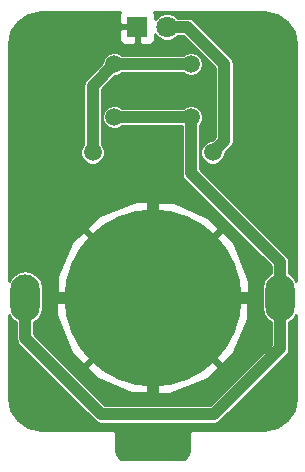
<source format=gbr>
G04 #@! TF.FileFunction,Copper,L1,Top,Signal*
%FSLAX46Y46*%
G04 Gerber Fmt 4.6, Leading zero omitted, Abs format (unit mm)*
G04 Created by KiCad (PCBNEW 4.0.7) date 03/01/18 12:10:16*
%MOMM*%
%LPD*%
G01*
G04 APERTURE LIST*
%ADD10C,0.100000*%
%ADD11O,2.500000X4.000000*%
%ADD12C,15.000000*%
%ADD13C,1.800000*%
%ADD14R,1.800000X1.800000*%
%ADD15C,1.500000*%
%ADD16C,0.600000*%
%ADD17C,1.000000*%
%ADD18C,0.254000*%
G04 APERTURE END LIST*
D10*
D11*
X149399998Y-77000000D03*
D12*
X138599998Y-77000000D03*
D11*
X127799998Y-77000000D03*
D13*
X139839998Y-54050000D03*
D14*
X137299998Y-54050000D03*
D15*
X133519998Y-64700000D03*
X143679998Y-64700000D03*
X135349998Y-61710000D03*
X135349998Y-57210000D03*
X141849998Y-61710000D03*
X141849998Y-57210000D03*
D16*
X138540000Y-88320000D03*
X147140000Y-77030000D03*
X130180000Y-77000000D03*
X138590000Y-85530000D03*
X138590000Y-67930000D03*
D17*
X138599998Y-77000000D02*
X147110000Y-77000000D01*
X147110000Y-77000000D02*
X147140000Y-77030000D01*
X138599998Y-77000000D02*
X130180000Y-77000000D01*
X138599998Y-77000000D02*
X138599998Y-85520002D01*
X138599998Y-85520002D02*
X138590000Y-85530000D01*
X138599998Y-77000000D02*
X138599998Y-67939998D01*
X138599998Y-67939998D02*
X138590000Y-67930000D01*
X127799998Y-77000000D02*
X127799998Y-80409998D01*
X127799998Y-80409998D02*
X134270000Y-86880000D01*
X134270000Y-86880000D02*
X143800000Y-86880000D01*
X143800000Y-86880000D02*
X149399998Y-81280002D01*
X149399998Y-81280002D02*
X149399998Y-77000000D01*
X141849998Y-61710000D02*
X141849998Y-66450000D01*
X141849998Y-66450000D02*
X149399998Y-74000000D01*
X149399998Y-74000000D02*
X149399998Y-77000000D01*
X135349998Y-61710000D02*
X141849998Y-61710000D01*
X149399998Y-77000000D02*
X149399998Y-76250000D01*
X149399998Y-77750000D02*
X149399998Y-77000000D01*
X143679998Y-64700000D02*
X144679487Y-63700511D01*
X144679487Y-63700511D02*
X144679487Y-57193707D01*
X144679487Y-57193707D02*
X141535780Y-54050000D01*
X141535780Y-54050000D02*
X141112790Y-54050000D01*
X141112790Y-54050000D02*
X139839998Y-54050000D01*
X133519998Y-64700000D02*
X133519998Y-59040000D01*
X133519998Y-59040000D02*
X135349998Y-57210000D01*
X141849998Y-57210000D02*
X135349998Y-57210000D01*
D18*
G36*
X150772998Y-85467792D02*
X150563610Y-86520461D01*
X149985564Y-87385566D01*
X149120460Y-87963611D01*
X148067791Y-88173000D01*
X142000000Y-88173000D01*
X141874863Y-88197891D01*
X141768776Y-88268776D01*
X141697891Y-88374863D01*
X141673000Y-88500000D01*
X141673000Y-89967793D01*
X141615853Y-90255094D01*
X141471353Y-90471354D01*
X141255094Y-90615853D01*
X140967793Y-90673000D01*
X136232203Y-90673000D01*
X135944902Y-90615853D01*
X135728642Y-90471353D01*
X135584143Y-90255094D01*
X135526996Y-89967793D01*
X135526996Y-88500000D01*
X135502105Y-88374863D01*
X135431220Y-88268776D01*
X135325133Y-88197891D01*
X135199996Y-88173000D01*
X129132206Y-88173000D01*
X128079537Y-87963612D01*
X127214432Y-87385566D01*
X126636387Y-86520462D01*
X126426998Y-85467793D01*
X126426998Y-78435485D01*
X126720246Y-78874361D01*
X127022998Y-79076654D01*
X127022998Y-80409998D01*
X127082144Y-80707343D01*
X127250576Y-80959420D01*
X133720578Y-87429422D01*
X133972655Y-87597854D01*
X134270000Y-87657000D01*
X143800000Y-87657000D01*
X144097345Y-87597854D01*
X144349422Y-87429422D01*
X149949420Y-81829424D01*
X150117852Y-81577347D01*
X150176998Y-81280002D01*
X150176998Y-79076654D01*
X150479750Y-78874361D01*
X150772998Y-78435485D01*
X150772998Y-85467792D01*
X150772998Y-85467792D01*
G37*
X150772998Y-85467792D02*
X150563610Y-86520461D01*
X149985564Y-87385566D01*
X149120460Y-87963611D01*
X148067791Y-88173000D01*
X142000000Y-88173000D01*
X141874863Y-88197891D01*
X141768776Y-88268776D01*
X141697891Y-88374863D01*
X141673000Y-88500000D01*
X141673000Y-89967793D01*
X141615853Y-90255094D01*
X141471353Y-90471354D01*
X141255094Y-90615853D01*
X140967793Y-90673000D01*
X136232203Y-90673000D01*
X135944902Y-90615853D01*
X135728642Y-90471353D01*
X135584143Y-90255094D01*
X135526996Y-89967793D01*
X135526996Y-88500000D01*
X135502105Y-88374863D01*
X135431220Y-88268776D01*
X135325133Y-88197891D01*
X135199996Y-88173000D01*
X129132206Y-88173000D01*
X128079537Y-87963612D01*
X127214432Y-87385566D01*
X126636387Y-86520462D01*
X126426998Y-85467793D01*
X126426998Y-78435485D01*
X126720246Y-78874361D01*
X127022998Y-79076654D01*
X127022998Y-80409998D01*
X127082144Y-80707343D01*
X127250576Y-80959420D01*
X133720578Y-87429422D01*
X133972655Y-87597854D01*
X134270000Y-87657000D01*
X143800000Y-87657000D01*
X144097345Y-87597854D01*
X144349422Y-87429422D01*
X149949420Y-81829424D01*
X150117852Y-81577347D01*
X150176998Y-81280002D01*
X150176998Y-79076654D01*
X150479750Y-78874361D01*
X150772998Y-78435485D01*
X150772998Y-85467792D01*
G36*
X135764998Y-53023690D02*
X135764998Y-53764250D01*
X135923748Y-53923000D01*
X137172998Y-53923000D01*
X137172998Y-53903000D01*
X137426998Y-53903000D01*
X137426998Y-53923000D01*
X137446998Y-53923000D01*
X137446998Y-54177000D01*
X137426998Y-54177000D01*
X137426998Y-55426250D01*
X137585748Y-55585000D01*
X138326307Y-55585000D01*
X138559696Y-55488327D01*
X138738325Y-55309699D01*
X138834998Y-55076310D01*
X138834998Y-54699858D01*
X138841604Y-54715846D01*
X139172410Y-55047230D01*
X139604851Y-55226795D01*
X140073091Y-55227204D01*
X140505844Y-55048394D01*
X140727625Y-54827000D01*
X141213936Y-54827000D01*
X143902487Y-57515551D01*
X143902487Y-63378667D01*
X143608217Y-63672937D01*
X143476611Y-63672822D01*
X143099009Y-63828844D01*
X142809858Y-64117492D01*
X142653177Y-64494821D01*
X142652820Y-64903387D01*
X142808842Y-65280989D01*
X143097490Y-65570140D01*
X143474819Y-65726821D01*
X143883385Y-65727178D01*
X144260987Y-65571156D01*
X144550138Y-65282508D01*
X144706819Y-64905179D01*
X144706935Y-64771907D01*
X145228909Y-64249933D01*
X145397341Y-63997856D01*
X145456487Y-63700511D01*
X145456487Y-57193707D01*
X145397341Y-56896362D01*
X145228909Y-56644285D01*
X142085202Y-53500578D01*
X141833125Y-53332146D01*
X141535780Y-53273000D01*
X140727432Y-53273000D01*
X140507586Y-53052770D01*
X140075145Y-52873205D01*
X139606905Y-52872796D01*
X139174152Y-53051606D01*
X138842768Y-53382412D01*
X138834998Y-53401124D01*
X138834998Y-53023690D01*
X138753526Y-52827000D01*
X148067791Y-52827000D01*
X149120460Y-53036389D01*
X149985564Y-53614434D01*
X150563610Y-54479539D01*
X150772998Y-55532208D01*
X150772998Y-75564515D01*
X150479750Y-75125639D01*
X150176998Y-74923346D01*
X150176998Y-74000000D01*
X150117852Y-73702655D01*
X149949420Y-73450578D01*
X142626998Y-66128156D01*
X142626998Y-62385486D01*
X142720138Y-62292508D01*
X142876819Y-61915179D01*
X142877176Y-61506613D01*
X142721154Y-61129011D01*
X142432506Y-60839860D01*
X142055177Y-60683179D01*
X141646611Y-60682822D01*
X141269009Y-60838844D01*
X141174689Y-60933000D01*
X136025484Y-60933000D01*
X135932506Y-60839860D01*
X135555177Y-60683179D01*
X135146611Y-60682822D01*
X134769009Y-60838844D01*
X134479858Y-61127492D01*
X134323177Y-61504821D01*
X134322820Y-61913387D01*
X134478842Y-62290989D01*
X134767490Y-62580140D01*
X135144819Y-62736821D01*
X135553385Y-62737178D01*
X135930987Y-62581156D01*
X136025307Y-62487000D01*
X141072998Y-62487000D01*
X141072998Y-66450000D01*
X141132144Y-66747345D01*
X141300576Y-66999422D01*
X148622998Y-74321844D01*
X148622998Y-74923346D01*
X148320246Y-75125639D01*
X147989234Y-75621033D01*
X147872998Y-76205391D01*
X147872998Y-77794609D01*
X147989234Y-78378967D01*
X148320246Y-78874361D01*
X148622998Y-79076654D01*
X148622998Y-80958158D01*
X143478156Y-86103000D01*
X134591844Y-86103000D01*
X131330701Y-82841857D01*
X132937746Y-82841857D01*
X133828004Y-83784151D01*
X136787433Y-85093902D01*
X140022809Y-85171429D01*
X143041574Y-84004930D01*
X143371992Y-83784151D01*
X144262250Y-82841857D01*
X138599998Y-77179605D01*
X132937746Y-82841857D01*
X131330701Y-82841857D01*
X128576998Y-80088154D01*
X128576998Y-79076654D01*
X128879750Y-78874361D01*
X129181466Y-78422811D01*
X130428569Y-78422811D01*
X131595068Y-81441576D01*
X131815847Y-81771994D01*
X132758141Y-82662252D01*
X138420393Y-77000000D01*
X138779603Y-77000000D01*
X144441855Y-82662252D01*
X145384149Y-81771994D01*
X146693900Y-78812565D01*
X146771427Y-75577189D01*
X145604928Y-72558424D01*
X145384149Y-72228006D01*
X144441855Y-71337748D01*
X138779603Y-77000000D01*
X138420393Y-77000000D01*
X132758141Y-71337748D01*
X131815847Y-72228006D01*
X130506096Y-75187435D01*
X130428569Y-78422811D01*
X129181466Y-78422811D01*
X129210762Y-78378967D01*
X129326998Y-77794609D01*
X129326998Y-76205391D01*
X129210762Y-75621033D01*
X128879750Y-75125639D01*
X128384356Y-74794627D01*
X127799998Y-74678391D01*
X127215640Y-74794627D01*
X126720246Y-75125639D01*
X126426998Y-75564515D01*
X126426998Y-71158143D01*
X132937746Y-71158143D01*
X138599998Y-76820395D01*
X144262250Y-71158143D01*
X143371992Y-70215849D01*
X140412563Y-68906098D01*
X137177187Y-68828571D01*
X134158422Y-69995070D01*
X133828004Y-70215849D01*
X132937746Y-71158143D01*
X126426998Y-71158143D01*
X126426998Y-64903387D01*
X132492820Y-64903387D01*
X132648842Y-65280989D01*
X132937490Y-65570140D01*
X133314819Y-65726821D01*
X133723385Y-65727178D01*
X134100987Y-65571156D01*
X134390138Y-65282508D01*
X134546819Y-64905179D01*
X134547176Y-64496613D01*
X134391154Y-64119011D01*
X134296998Y-64024691D01*
X134296998Y-59361844D01*
X135421779Y-58237063D01*
X135553385Y-58237178D01*
X135930987Y-58081156D01*
X136025307Y-57987000D01*
X141174512Y-57987000D01*
X141267490Y-58080140D01*
X141644819Y-58236821D01*
X142053385Y-58237178D01*
X142430987Y-58081156D01*
X142720138Y-57792508D01*
X142876819Y-57415179D01*
X142877176Y-57006613D01*
X142721154Y-56629011D01*
X142432506Y-56339860D01*
X142055177Y-56183179D01*
X141646611Y-56182822D01*
X141269009Y-56338844D01*
X141174689Y-56433000D01*
X136025484Y-56433000D01*
X135932506Y-56339860D01*
X135555177Y-56183179D01*
X135146611Y-56182822D01*
X134769009Y-56338844D01*
X134479858Y-56627492D01*
X134323177Y-57004821D01*
X134323061Y-57138093D01*
X132970576Y-58490578D01*
X132802144Y-58742655D01*
X132742998Y-59040000D01*
X132742998Y-64024514D01*
X132649858Y-64117492D01*
X132493177Y-64494821D01*
X132492820Y-64903387D01*
X126426998Y-64903387D01*
X126426998Y-55532207D01*
X126636387Y-54479538D01*
X126732463Y-54335750D01*
X135764998Y-54335750D01*
X135764998Y-55076310D01*
X135861671Y-55309699D01*
X136040300Y-55488327D01*
X136273689Y-55585000D01*
X137014248Y-55585000D01*
X137172998Y-55426250D01*
X137172998Y-54177000D01*
X135923748Y-54177000D01*
X135764998Y-54335750D01*
X126732463Y-54335750D01*
X127214432Y-53614434D01*
X128079537Y-53036388D01*
X129132206Y-52827000D01*
X135846470Y-52827000D01*
X135764998Y-53023690D01*
X135764998Y-53023690D01*
G37*
X135764998Y-53023690D02*
X135764998Y-53764250D01*
X135923748Y-53923000D01*
X137172998Y-53923000D01*
X137172998Y-53903000D01*
X137426998Y-53903000D01*
X137426998Y-53923000D01*
X137446998Y-53923000D01*
X137446998Y-54177000D01*
X137426998Y-54177000D01*
X137426998Y-55426250D01*
X137585748Y-55585000D01*
X138326307Y-55585000D01*
X138559696Y-55488327D01*
X138738325Y-55309699D01*
X138834998Y-55076310D01*
X138834998Y-54699858D01*
X138841604Y-54715846D01*
X139172410Y-55047230D01*
X139604851Y-55226795D01*
X140073091Y-55227204D01*
X140505844Y-55048394D01*
X140727625Y-54827000D01*
X141213936Y-54827000D01*
X143902487Y-57515551D01*
X143902487Y-63378667D01*
X143608217Y-63672937D01*
X143476611Y-63672822D01*
X143099009Y-63828844D01*
X142809858Y-64117492D01*
X142653177Y-64494821D01*
X142652820Y-64903387D01*
X142808842Y-65280989D01*
X143097490Y-65570140D01*
X143474819Y-65726821D01*
X143883385Y-65727178D01*
X144260987Y-65571156D01*
X144550138Y-65282508D01*
X144706819Y-64905179D01*
X144706935Y-64771907D01*
X145228909Y-64249933D01*
X145397341Y-63997856D01*
X145456487Y-63700511D01*
X145456487Y-57193707D01*
X145397341Y-56896362D01*
X145228909Y-56644285D01*
X142085202Y-53500578D01*
X141833125Y-53332146D01*
X141535780Y-53273000D01*
X140727432Y-53273000D01*
X140507586Y-53052770D01*
X140075145Y-52873205D01*
X139606905Y-52872796D01*
X139174152Y-53051606D01*
X138842768Y-53382412D01*
X138834998Y-53401124D01*
X138834998Y-53023690D01*
X138753526Y-52827000D01*
X148067791Y-52827000D01*
X149120460Y-53036389D01*
X149985564Y-53614434D01*
X150563610Y-54479539D01*
X150772998Y-55532208D01*
X150772998Y-75564515D01*
X150479750Y-75125639D01*
X150176998Y-74923346D01*
X150176998Y-74000000D01*
X150117852Y-73702655D01*
X149949420Y-73450578D01*
X142626998Y-66128156D01*
X142626998Y-62385486D01*
X142720138Y-62292508D01*
X142876819Y-61915179D01*
X142877176Y-61506613D01*
X142721154Y-61129011D01*
X142432506Y-60839860D01*
X142055177Y-60683179D01*
X141646611Y-60682822D01*
X141269009Y-60838844D01*
X141174689Y-60933000D01*
X136025484Y-60933000D01*
X135932506Y-60839860D01*
X135555177Y-60683179D01*
X135146611Y-60682822D01*
X134769009Y-60838844D01*
X134479858Y-61127492D01*
X134323177Y-61504821D01*
X134322820Y-61913387D01*
X134478842Y-62290989D01*
X134767490Y-62580140D01*
X135144819Y-62736821D01*
X135553385Y-62737178D01*
X135930987Y-62581156D01*
X136025307Y-62487000D01*
X141072998Y-62487000D01*
X141072998Y-66450000D01*
X141132144Y-66747345D01*
X141300576Y-66999422D01*
X148622998Y-74321844D01*
X148622998Y-74923346D01*
X148320246Y-75125639D01*
X147989234Y-75621033D01*
X147872998Y-76205391D01*
X147872998Y-77794609D01*
X147989234Y-78378967D01*
X148320246Y-78874361D01*
X148622998Y-79076654D01*
X148622998Y-80958158D01*
X143478156Y-86103000D01*
X134591844Y-86103000D01*
X131330701Y-82841857D01*
X132937746Y-82841857D01*
X133828004Y-83784151D01*
X136787433Y-85093902D01*
X140022809Y-85171429D01*
X143041574Y-84004930D01*
X143371992Y-83784151D01*
X144262250Y-82841857D01*
X138599998Y-77179605D01*
X132937746Y-82841857D01*
X131330701Y-82841857D01*
X128576998Y-80088154D01*
X128576998Y-79076654D01*
X128879750Y-78874361D01*
X129181466Y-78422811D01*
X130428569Y-78422811D01*
X131595068Y-81441576D01*
X131815847Y-81771994D01*
X132758141Y-82662252D01*
X138420393Y-77000000D01*
X138779603Y-77000000D01*
X144441855Y-82662252D01*
X145384149Y-81771994D01*
X146693900Y-78812565D01*
X146771427Y-75577189D01*
X145604928Y-72558424D01*
X145384149Y-72228006D01*
X144441855Y-71337748D01*
X138779603Y-77000000D01*
X138420393Y-77000000D01*
X132758141Y-71337748D01*
X131815847Y-72228006D01*
X130506096Y-75187435D01*
X130428569Y-78422811D01*
X129181466Y-78422811D01*
X129210762Y-78378967D01*
X129326998Y-77794609D01*
X129326998Y-76205391D01*
X129210762Y-75621033D01*
X128879750Y-75125639D01*
X128384356Y-74794627D01*
X127799998Y-74678391D01*
X127215640Y-74794627D01*
X126720246Y-75125639D01*
X126426998Y-75564515D01*
X126426998Y-71158143D01*
X132937746Y-71158143D01*
X138599998Y-76820395D01*
X144262250Y-71158143D01*
X143371992Y-70215849D01*
X140412563Y-68906098D01*
X137177187Y-68828571D01*
X134158422Y-69995070D01*
X133828004Y-70215849D01*
X132937746Y-71158143D01*
X126426998Y-71158143D01*
X126426998Y-64903387D01*
X132492820Y-64903387D01*
X132648842Y-65280989D01*
X132937490Y-65570140D01*
X133314819Y-65726821D01*
X133723385Y-65727178D01*
X134100987Y-65571156D01*
X134390138Y-65282508D01*
X134546819Y-64905179D01*
X134547176Y-64496613D01*
X134391154Y-64119011D01*
X134296998Y-64024691D01*
X134296998Y-59361844D01*
X135421779Y-58237063D01*
X135553385Y-58237178D01*
X135930987Y-58081156D01*
X136025307Y-57987000D01*
X141174512Y-57987000D01*
X141267490Y-58080140D01*
X141644819Y-58236821D01*
X142053385Y-58237178D01*
X142430987Y-58081156D01*
X142720138Y-57792508D01*
X142876819Y-57415179D01*
X142877176Y-57006613D01*
X142721154Y-56629011D01*
X142432506Y-56339860D01*
X142055177Y-56183179D01*
X141646611Y-56182822D01*
X141269009Y-56338844D01*
X141174689Y-56433000D01*
X136025484Y-56433000D01*
X135932506Y-56339860D01*
X135555177Y-56183179D01*
X135146611Y-56182822D01*
X134769009Y-56338844D01*
X134479858Y-56627492D01*
X134323177Y-57004821D01*
X134323061Y-57138093D01*
X132970576Y-58490578D01*
X132802144Y-58742655D01*
X132742998Y-59040000D01*
X132742998Y-64024514D01*
X132649858Y-64117492D01*
X132493177Y-64494821D01*
X132492820Y-64903387D01*
X126426998Y-64903387D01*
X126426998Y-55532207D01*
X126636387Y-54479538D01*
X126732463Y-54335750D01*
X135764998Y-54335750D01*
X135764998Y-55076310D01*
X135861671Y-55309699D01*
X136040300Y-55488327D01*
X136273689Y-55585000D01*
X137014248Y-55585000D01*
X137172998Y-55426250D01*
X137172998Y-54177000D01*
X135923748Y-54177000D01*
X135764998Y-54335750D01*
X126732463Y-54335750D01*
X127214432Y-53614434D01*
X128079537Y-53036388D01*
X129132206Y-52827000D01*
X135846470Y-52827000D01*
X135764998Y-53023690D01*
M02*

</source>
